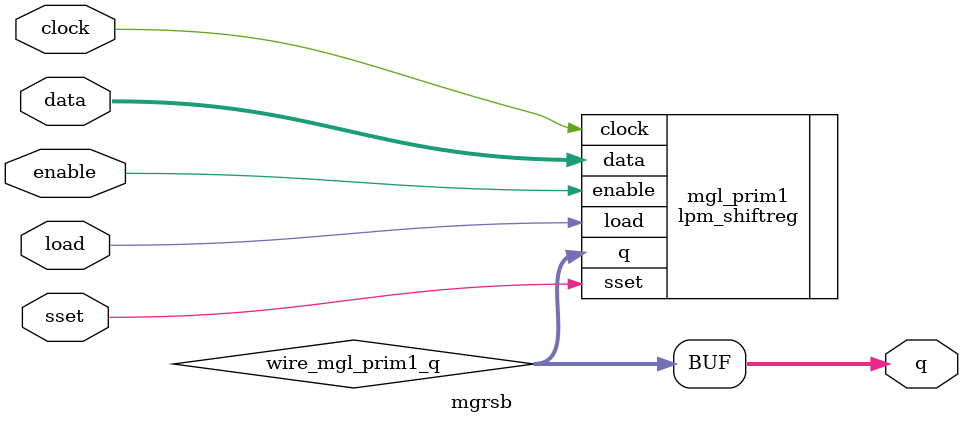
<source format=v>






//synthesis_resources = lpm_shiftreg 1 
//synopsys translate_off
`timescale 1 ps / 1 ps
//synopsys translate_on
module  mgrsb
	( 
	clock,
	data,
	enable,
	load,
	q,
	sset) /* synthesis synthesis_clearbox=1 */;
	input   clock;
	input   [14:0]  data;
	input   enable;
	input   load;
	output   [14:0]  q;
	input   sset;

	wire  [14:0]   wire_mgl_prim1_q;

	lpm_shiftreg   mgl_prim1
	( 
	.clock(clock),
	.data(data),
	.enable(enable),
	.load(load),
	.q(wire_mgl_prim1_q),
	.sset(sset));
	defparam
		mgl_prim1.lpm_direction = "LEFT",
		mgl_prim1.lpm_type = "LPM_SHIFTREG",
		mgl_prim1.lpm_width = 15;
	assign
		q = wire_mgl_prim1_q;
endmodule //mgrsb
//VALID FILE

</source>
